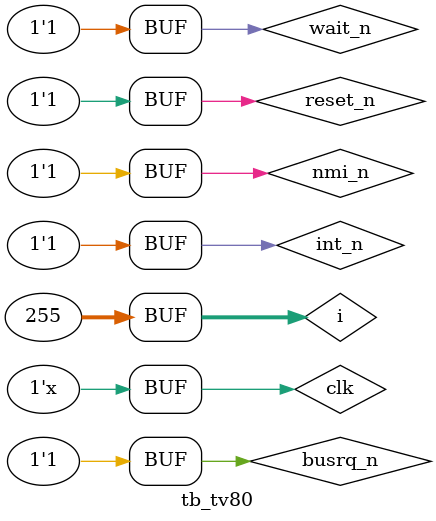
<source format=v>
`timescale 1ns / 100ps

module tb_tv80;

  reg reset_n;
  reg clk;
  reg wait_n;
  reg int_n;
  reg nmi_n;
  reg busrq_n;
  reg [7:0] di;

  wire m1_n;
  wire mreq_n;
  wire iorq_n;
  wire rd_n;
  wire wr_n;
  wire rfsh_n;
  wire halt_n;
  wire busak_n;
  wire [15:0] address;
  wire [7:0] dout;

  tv80s mytv80(m1_n,      // m1 machine cycle
               mreq_n,    // memory access cycle
               iorq_n,    // IO access cycle
               rd_n,      // read control
               wr_n,      // write control
               rfsh_n,    // refresh cycle
               halt_n,    // cpu halted
               busak_n,   // bus acknowledge
               address,   // 16-bit address
               dout,      // 8-bit data output
               reset_n,   // reset input
               clk,       // clock
               wait_n,    // wait state input
               int_n,     // interrupt request input
               nmi_n,     // non-maskable interrupt input
               busrq_n,   // bus request input
               di);       // 8-bit data input

  reg [7:0] ram[0:255]; // 256 byte memory
   integer  i;
   
  initial
    begin
       for (i=0; i<255; i=i+1)
	 ram[i] = 8'h0;
       
       ram[8'h00] = 8'h26;
       ram[8'h01] = 8'h00;
       ram[8'h02] = 8'h2e;
       ram[8'h03] = 8'h3f;
       ram[8'h04] = 8'hf9;   
       ram[8'h05] = 8'h2e; 
       ram[8'h06] = 8'h40;
       ram[8'h07] = 8'h34;  
       ram[8'h08] = 8'hcb;  
       ram[8'h09] = 8'hc6;  
       ram[8'h0A] = 8'h18; 
       ram[8'h0B] = 8'hf9;
       ram[8'h66] = 8'he5;  
       ram[8'h67] = 8'h2e; 
       ram[8'h68] = 8'h42;
       ram[8'h69] = 8'h34; 
       ram[8'h6A] = 8'he1; 
       ram[8'h6B] = 8'hed;
       ram[8'h6C] = 8'h4d;
    end

  initial
    begin
      clk          = 1'h0;
      reset_n      = 1'h0;
      wait_n       = 1'h1;
      int_n        = 1'h1;
      nmi_n        = 1'h1;
      busrq_n      = 1'h1;
      #500 reset_n = 1'h1;       
    end

  always
    #50 clk = ~clk;

  always @*
    begin
      if (!mreq_n)
	begin
	  if (!rd_n)
	      di = ram[address];
          if (!wr_n)
              ram[address] = dout;
        end
    end

   initial
     begin
	#50000 nmi_n = 0;
	#100   nmi_n = 1;
     end
   
endmodule

</source>
